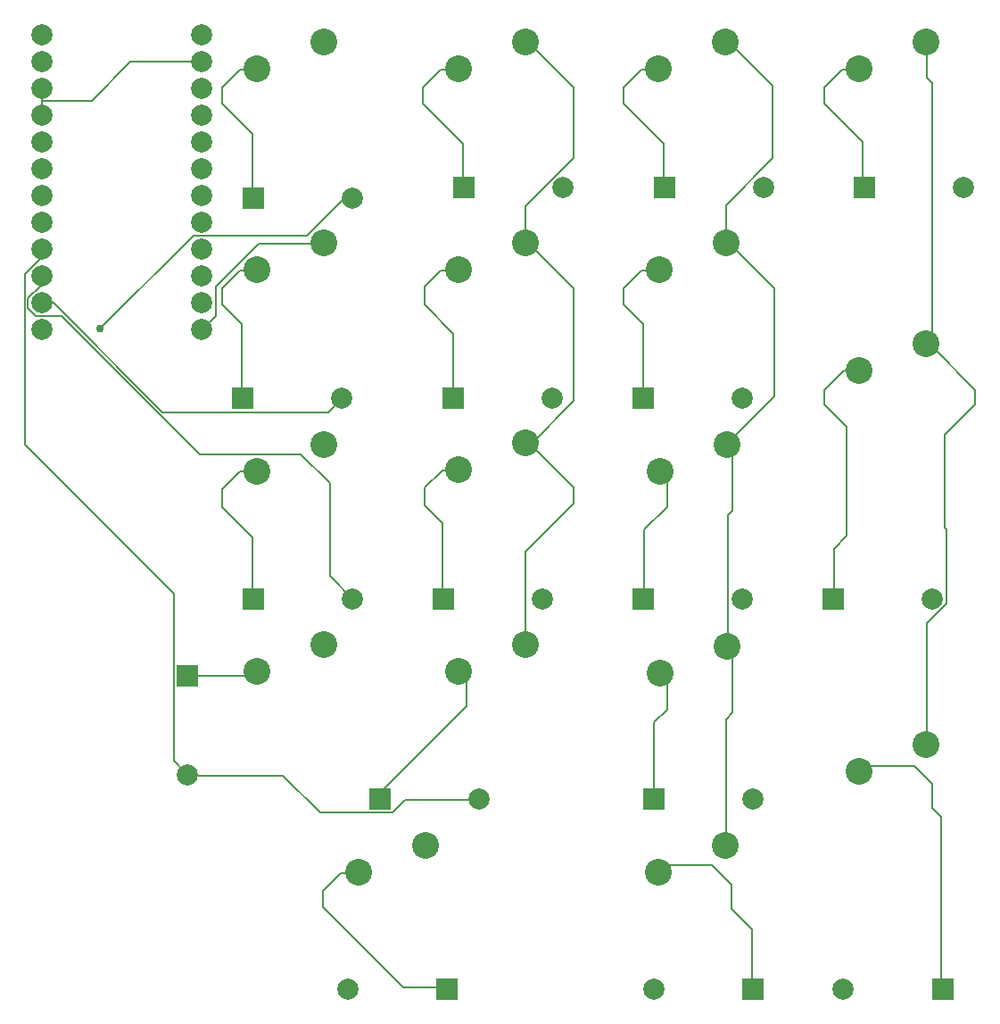
<source format=gbr>
G04 EAGLE Gerber RS-274X export*
G75*
%MOMM*%
%FSLAX34Y34*%
%LPD*%
%INTop Copper*%
%IPPOS*%
%AMOC8*
5,1,8,0,0,1.08239X$1,22.5*%
G01*
%ADD10C,2.540000*%
%ADD11C,2.000000*%
%ADD12R,2.000000X2.000000*%
%ADD13C,0.152400*%
%ADD14C,0.756400*%


D10*
X627380Y200660D03*
X690880Y226060D03*
X246380Y962660D03*
X309880Y988060D03*
X817880Y962660D03*
X881380Y988060D03*
X342900Y200660D03*
X406400Y226060D03*
X818300Y676840D03*
X881800Y702240D03*
X437430Y962460D03*
X500930Y987860D03*
X627570Y962460D03*
X691070Y987860D03*
X246440Y772460D03*
X309940Y797860D03*
X437690Y772460D03*
X501190Y797860D03*
X627830Y772300D03*
X691330Y797700D03*
X628700Y581210D03*
X692200Y606610D03*
X437570Y582480D03*
X501070Y607880D03*
X246280Y581210D03*
X309780Y606610D03*
X246420Y391210D03*
X309920Y416610D03*
X817810Y296210D03*
X881310Y321610D03*
X437830Y391210D03*
X501330Y416610D03*
X628700Y389800D03*
X692200Y415200D03*
D11*
X42500Y715400D03*
X42500Y740800D03*
X42500Y766200D03*
X42500Y791600D03*
X42500Y817000D03*
X42500Y842400D03*
X42500Y867800D03*
X42500Y893200D03*
X42500Y918600D03*
X42500Y944000D03*
X42500Y969400D03*
X42500Y994800D03*
X193700Y715400D03*
X193700Y740800D03*
X193700Y766200D03*
X193700Y791600D03*
X193700Y817000D03*
X193700Y842400D03*
X193700Y867800D03*
X193700Y893200D03*
X193700Y918600D03*
X193700Y944000D03*
X193700Y969400D03*
X193700Y994800D03*
D12*
X442950Y850000D03*
D11*
X537050Y850000D03*
D12*
X632950Y850000D03*
D11*
X727050Y850000D03*
D12*
X822950Y850000D03*
D11*
X917050Y850000D03*
D12*
X232950Y650000D03*
D11*
X327050Y650000D03*
D12*
X432950Y650000D03*
D11*
X527050Y650000D03*
D12*
X612950Y650000D03*
D11*
X707050Y650000D03*
D12*
X242950Y460000D03*
D11*
X337050Y460000D03*
D12*
X422950Y460000D03*
D11*
X517050Y460000D03*
D12*
X612950Y460000D03*
D11*
X707050Y460000D03*
D12*
X792950Y460000D03*
D11*
X887050Y460000D03*
D12*
X897050Y90000D03*
D11*
X802950Y90000D03*
D12*
X622950Y270000D03*
D11*
X717050Y270000D03*
D12*
X362950Y270000D03*
D11*
X457050Y270000D03*
D12*
X180000Y387050D03*
D11*
X180000Y292950D03*
D12*
X717050Y90000D03*
D11*
X622950Y90000D03*
D12*
X427050Y90000D03*
D11*
X332950Y90000D03*
D12*
X242950Y840000D03*
D11*
X337050Y840000D03*
D13*
X42672Y932688D02*
X42672Y943356D01*
X42672Y932688D02*
X42672Y918972D01*
X42500Y918600D01*
X42672Y943356D02*
X42500Y944000D01*
X126492Y969264D02*
X193548Y969264D01*
X126492Y969264D02*
X89916Y932688D01*
X42672Y932688D01*
X193548Y969264D02*
X193700Y969400D01*
X441960Y891540D02*
X441960Y850392D01*
X441960Y891540D02*
X403860Y929640D01*
X403860Y944880D01*
X420624Y961644D01*
X437388Y961644D01*
X441960Y850392D02*
X442950Y850000D01*
X437388Y961644D02*
X437430Y962460D01*
X632460Y891540D02*
X632460Y850392D01*
X632460Y891540D02*
X594360Y929640D01*
X594360Y944880D01*
X611124Y961644D01*
X626364Y961644D01*
X632460Y850392D02*
X632950Y850000D01*
X626364Y961644D02*
X627570Y962460D01*
X821436Y893064D02*
X821436Y850392D01*
X821436Y893064D02*
X784860Y929640D01*
X784860Y944880D01*
X801624Y961644D01*
X816864Y961644D01*
X821436Y850392D02*
X822950Y850000D01*
X816864Y961644D02*
X817880Y962660D01*
X231648Y720852D02*
X231648Y650748D01*
X231648Y720852D02*
X213360Y739140D01*
X213360Y754380D01*
X230124Y771144D01*
X245364Y771144D01*
X231648Y650748D02*
X232950Y650000D01*
X245364Y771144D02*
X246440Y772460D01*
X432816Y711708D02*
X432816Y650748D01*
X432816Y711708D02*
X405384Y739140D01*
X405384Y755904D01*
X420624Y771144D01*
X437388Y771144D01*
X432816Y650748D02*
X432950Y650000D01*
X437388Y771144D02*
X437690Y772460D01*
X612648Y720852D02*
X612648Y650748D01*
X612648Y720852D02*
X594360Y739140D01*
X594360Y754380D01*
X611124Y771144D01*
X626364Y771144D01*
X612648Y650748D02*
X612950Y650000D01*
X626364Y771144D02*
X627830Y772300D01*
X794004Y507492D02*
X794004Y460248D01*
X794004Y507492D02*
X806196Y519684D01*
X806196Y623316D01*
X784860Y644652D01*
X784860Y658368D01*
X803148Y676656D01*
X816864Y676656D01*
X794004Y460248D02*
X792950Y460000D01*
X816864Y676656D02*
X818300Y676840D01*
X614172Y525780D02*
X614172Y460248D01*
X614172Y525780D02*
X635508Y547116D01*
X635508Y574548D01*
X629412Y580644D01*
X614172Y460248D02*
X612950Y460000D01*
X629412Y580644D02*
X628700Y581210D01*
X422148Y531876D02*
X422148Y460248D01*
X422148Y531876D02*
X405384Y548640D01*
X405384Y565404D01*
X422148Y582168D01*
X437388Y582168D01*
X422148Y460248D02*
X422950Y460000D01*
X437388Y582168D02*
X437570Y582480D01*
X242316Y518160D02*
X242316Y460248D01*
X242316Y518160D02*
X213360Y547116D01*
X213360Y563880D01*
X230124Y580644D01*
X245364Y580644D01*
X242316Y460248D02*
X242950Y460000D01*
X245364Y580644D02*
X246280Y581210D01*
X364236Y277368D02*
X364236Y271272D01*
X364236Y277368D02*
X445008Y358140D01*
X445008Y384048D01*
X438912Y390144D01*
X364236Y271272D02*
X362950Y270000D01*
X438912Y390144D02*
X437830Y391210D01*
X623316Y342900D02*
X623316Y271272D01*
X623316Y342900D02*
X635508Y355092D01*
X635508Y382524D01*
X629412Y388620D01*
X623316Y271272D02*
X622950Y270000D01*
X629412Y388620D02*
X628700Y389800D01*
X716280Y146304D02*
X716280Y91440D01*
X716280Y146304D02*
X696468Y166116D01*
X696468Y188976D01*
X678180Y207264D01*
X633984Y207264D01*
X627380Y200660D01*
X716280Y91440D02*
X717050Y90000D01*
X426720Y91440D02*
X385572Y91440D01*
X309372Y167640D01*
X309372Y182880D01*
X326136Y199644D01*
X342900Y199644D01*
X426720Y91440D02*
X427050Y90000D01*
X342900Y199644D02*
X342900Y200660D01*
X896112Y252984D02*
X896112Y91440D01*
X896112Y252984D02*
X886968Y262128D01*
X886968Y284988D01*
X870204Y301752D01*
X822960Y301752D01*
X818388Y297180D01*
X896112Y91440D02*
X897050Y90000D01*
X817810Y296210D02*
X818388Y297180D01*
X41148Y783336D02*
X41148Y790956D01*
X41148Y783336D02*
X25908Y768096D01*
X25908Y606552D01*
X167640Y464820D01*
X167640Y306324D01*
X179832Y294132D01*
X41148Y790956D02*
X42500Y791600D01*
X179832Y294132D02*
X180000Y292950D01*
X387096Y269748D02*
X455676Y269748D01*
X387096Y269748D02*
X374904Y257556D01*
X306324Y257556D01*
X271272Y292608D01*
X181356Y292608D01*
X455676Y269748D02*
X457050Y270000D01*
X181356Y292608D02*
X180000Y292950D01*
X53340Y740664D02*
X42672Y740664D01*
X53340Y740664D02*
X156972Y637032D01*
X313944Y637032D01*
X326136Y649224D01*
X42672Y740664D02*
X42500Y740800D01*
X326136Y649224D02*
X327050Y650000D01*
X41148Y757428D02*
X41148Y765048D01*
X41148Y757428D02*
X28956Y745236D01*
X28956Y736092D01*
X36576Y728472D01*
X60960Y728472D01*
X192024Y597408D01*
X288036Y597408D01*
X315468Y569976D01*
X315468Y481584D01*
X336804Y460248D01*
X42500Y766200D02*
X41148Y765048D01*
X336804Y460248D02*
X337050Y460000D01*
X242316Y841248D02*
X242316Y900684D01*
X213360Y929640D01*
X213360Y944880D01*
X230124Y961644D01*
X245364Y961644D01*
X242316Y841248D02*
X242950Y840000D01*
X245364Y961644D02*
X246380Y962660D01*
X248412Y797052D02*
X309372Y797052D01*
X248412Y797052D02*
X207264Y755904D01*
X207264Y728472D01*
X195072Y716280D01*
X309372Y797052D02*
X309940Y797860D01*
X195072Y716280D02*
X193700Y715400D01*
X691896Y345948D02*
X691896Y227076D01*
X691896Y345948D02*
X697992Y352044D01*
X697992Y409956D01*
X693420Y414528D01*
X691896Y227076D02*
X690880Y226060D01*
X693420Y414528D02*
X692200Y415200D01*
X691896Y797052D02*
X694944Y797052D01*
X737616Y754380D01*
X737616Y652272D01*
X693420Y608076D01*
X691896Y797052D02*
X691330Y797700D01*
X693420Y608076D02*
X692200Y606610D01*
X691896Y987552D02*
X694944Y987552D01*
X736092Y946404D01*
X736092Y877824D01*
X691896Y833628D01*
X691896Y798576D01*
X691896Y987552D02*
X691070Y987860D01*
X691896Y798576D02*
X691330Y797700D01*
X693420Y539496D02*
X693420Y416052D01*
X693420Y539496D02*
X697992Y544068D01*
X697992Y601980D01*
X693420Y606552D01*
X693420Y416052D02*
X692200Y415200D01*
X693420Y606552D02*
X692200Y606610D01*
X501396Y504444D02*
X501396Y417576D01*
X501396Y504444D02*
X547116Y550164D01*
X547116Y565404D01*
X505968Y606552D01*
X501396Y606552D01*
X501396Y417576D02*
X501330Y416610D01*
X501396Y606552D02*
X501070Y607880D01*
X501396Y797052D02*
X504444Y797052D01*
X547116Y754380D01*
X547116Y647700D01*
X505968Y606552D01*
X501396Y797052D02*
X501190Y797860D01*
X501070Y607880D02*
X505968Y606552D01*
X504444Y987552D02*
X501396Y987552D01*
X504444Y987552D02*
X547116Y944880D01*
X547116Y877824D01*
X501396Y832104D01*
X501396Y798576D01*
X501396Y987552D02*
X500930Y987860D01*
X501396Y798576D02*
X501190Y797860D01*
X882396Y437388D02*
X882396Y323088D01*
X882396Y437388D02*
X900684Y455676D01*
X900684Y525780D01*
X899160Y527304D01*
X899160Y615696D01*
X928116Y644652D01*
X928116Y658368D01*
X886968Y699516D02*
X885444Y701040D01*
X886968Y699516D02*
X928116Y658368D01*
X885444Y701040D02*
X882396Y701040D01*
X882396Y323088D02*
X881310Y321610D01*
X882396Y701040D02*
X881800Y702240D01*
X882396Y954024D02*
X882396Y987552D01*
X882396Y954024D02*
X886968Y949452D01*
X886968Y699516D01*
X882396Y987552D02*
X881380Y988060D01*
X881800Y702240D02*
X886968Y699516D01*
X185928Y804672D02*
X97536Y716280D01*
X185928Y804672D02*
X294132Y804672D01*
X329184Y839724D01*
X336804Y839724D01*
X337050Y840000D01*
D14*
X97536Y716280D03*
D13*
X181356Y387096D02*
X242316Y387096D01*
X245364Y390144D01*
X181356Y387096D02*
X180000Y387050D01*
X245364Y390144D02*
X246420Y391210D01*
M02*

</source>
